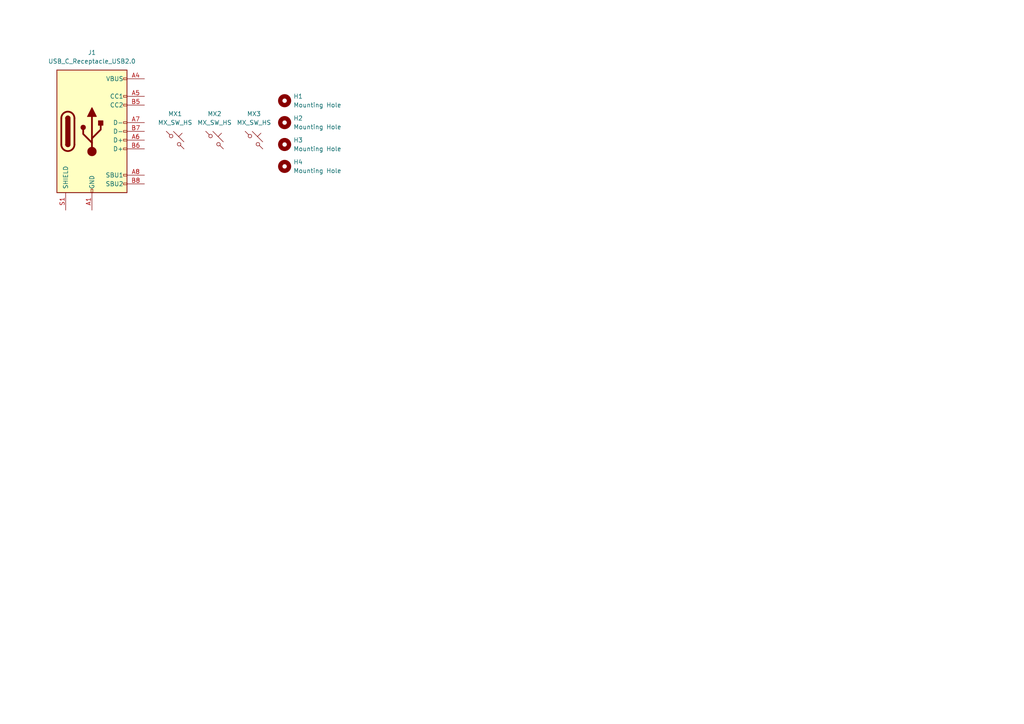
<source format=kicad_sch>
(kicad_sch (version 20230121) (generator eeschema)
  (paper "A4")
  (lib_symbols
    (symbol "Connector:USB_C_Receptacle_USB2.0" (pin_names (offset 1.016))
      (property "Reference" "J" (at -10.16 19.05 0))
      (property "Value" "USB_C_Receptacle_USB2.0" (at 19.05 19.05 0))
      (symbol "USB_C_Receptacle_USB2.0_0_0"
        (rectangle (start -0.254 -17.78) (end 0.254 -16.764))
        (rectangle (start 10.16 -14.986) (end 9.144 -15.494))
        (rectangle (start 10.16 -12.446) (end 9.144 -12.954))
        (rectangle (start 10.16 -4.826) (end 9.144 -5.334))
        (rectangle (start 10.16 -2.286) (end 9.144 -2.794))
        (rectangle (start 10.16 0.254) (end 9.144 -0.254))
        (rectangle (start 10.16 2.794) (end 9.144 2.286))
        (rectangle (start 10.16 7.874) (end 9.144 7.366))
        (rectangle (start 10.16 10.414) (end 9.144 9.906))
        (rectangle (start 10.16 15.494) (end 9.144 14.986))
      )
      (symbol "USB_C_Receptacle_USB2.0_0_1"
        (rectangle (start -10.16 17.78) (end 10.16 -17.78) (stroke (width 0.254)) (fill (type background)))
        (arc (start -8.89 -3.81) (mid -6.985 -5.7067) (end -5.08 -3.81) (stroke (width 0.508)))
        (arc (start -7.62 -3.81) (mid -6.985 -4.4423) (end -6.35 -3.81) (stroke (width 0.254)))
        (arc (start -7.62 -3.81) (mid -6.985 -4.4423) (end -6.35 -3.81) (stroke (width 0.254)) (fill (type outline)))
        (rectangle (start -7.62 -3.81) (end -6.35 3.81) (stroke (width 0.254)) (fill (type outline)))
        (arc (start -6.35 3.81) (mid -6.985 4.4423) (end -7.62 3.81) (stroke (width 0.254)))
        (arc (start -6.35 3.81) (mid -6.985 4.4423) (end -7.62 3.81) (stroke (width 0.254)) (fill (type outline)))
        (arc (start -5.08 3.81) (mid -6.985 5.7067) (end -8.89 3.81) (stroke (width 0.508)))
        (circle (center -2.54 1.143) (radius 0.635) (stroke (width 0.254)) (fill (type outline)))
        (circle (center 0 -5.842) (radius 1.27) (fill (type outline)))
        (polyline (pts (xy -8.89 -3.81) (xy -8.89 3.81)) (stroke (width 0.508)))
        (polyline (pts (xy -5.08 3.81) (xy -5.08 -3.81)) (stroke (width 0.508)))
        (polyline (pts (xy 0 -5.842) (xy 0 4.318)) (stroke (width 0.508)))
        (polyline (pts (xy 0 -3.302) (xy -2.54 -0.762) (xy -2.54 0.508)) (stroke (width 0.508)))
        (polyline (pts (xy 0 -2.032) (xy 2.54 0.508) (xy 2.54 1.778)) (stroke (width 0.508)))
        (polyline (pts (xy -1.27 4.318) (xy 0 6.858) (xy 1.27 4.318) (xy -1.27 4.318)) (stroke (width 0.254)) (fill (type outline)))
        (rectangle (start 1.905 1.778) (end 3.175 3.048) (stroke (width 0.254)) (fill (type outline)))
      )
      (symbol "USB_C_Receptacle_USB2.0_1_1"
        (pin passive line (at 0 -22.86 90) (length 5.08) (name "GND") (number "A1"))
        (pin passive line (at 0 -22.86 90) (length 5.08) hide (name "GND") (number "A12"))
        (pin passive line (at 15.24 15.24 180) (length 5.08) (name "VBUS") (number "A4"))
        (pin bidirectional line (at 15.24 10.16 180) (length 5.08) (name "CC1") (number "A5"))
        (pin bidirectional line (at 15.24 -2.54 180) (length 5.08) (name "D+") (number "A6"))
        (pin bidirectional line (at 15.24 2.54 180) (length 5.08) (name "D-") (number "A7"))
        (pin bidirectional line (at 15.24 -12.7 180) (length 5.08) (name "SBU1") (number "A8"))
        (pin passive line (at 15.24 15.24 180) (length 5.08) hide (name "VBUS") (number "A9"))
        (pin passive line (at 0 -22.86 90) (length 5.08) hide (name "GND") (number "B1"))
        (pin passive line (at 0 -22.86 90) (length 5.08) hide (name "GND") (number "B12"))
        (pin passive line (at 15.24 15.24 180) (length 5.08) hide (name "VBUS") (number "B4"))
        (pin bidirectional line (at 15.24 7.62 180) (length 5.08) (name "CC2") (number "B5"))
        (pin bidirectional line (at 15.24 -5.08 180) (length 5.08) (name "D+") (number "B6"))
        (pin bidirectional line (at 15.24 0 180) (length 5.08) (name "D-") (number "B7"))
        (pin bidirectional line (at 15.24 -15.24 180) (length 5.08) (name "SBU2") (number "B8"))
        (pin passive line (at 15.24 15.24 180) (length 5.08) hide (name "VBUS") (number "B9"))
        (pin passive line (at -7.62 -22.86 90) (length 5.08) (name "SHIELD") (number "S1"))
      )
    )
    (symbol "Mechanical:MountingHole" (pin_names (offset 1.016))
      (property "Reference" "H" (at 0 5.08 0))
      (property "Value" "MountingHole" (at 0 3.175 0))
      (symbol "MountingHole_0_1"
        (circle (center 0 0) (radius 1.27) (stroke (width 1.27)))
      )
    )
    (symbol "PCM_marbastlib-mx:MX_SW_HS" (pin_numbers hide) (pin_names (offset 1.016) hide)
      (property "Reference" "MX" (at 3.048 1.016 0))
      (property "Value" "MX_SW_HS" (at 0 -3.81 0))
      (symbol "MX_SW_HS_0_1"
        (circle (center -1.1684 1.1684) (radius 0.508))
        (polyline (pts (xy -0.508 2.54) (xy 2.54 -0.508)))
        (polyline (pts (xy 1.016 1.016) (xy 2.032 2.032)))
        (polyline (pts (xy -2.54 2.54) (xy -1.524 1.524) (xy -1.524 1.524)))
        (polyline (pts (xy 1.524 -1.524) (xy 2.54 -2.54) (xy 2.54 -2.54) (xy 2.54 -2.54)))
        (circle (center 1.143 -1.1938) (radius 0.508))
        (pin passive line (at -2.54 2.54 0) (length 0) (name "1") (number "1"))
        (pin passive line (at 2.54 -2.54 180) (length 0) (name "2") (number "2"))
      )
    )
  )
  (symbol (lib_id "PCM_marbastlib-mx:MX_SW_HS") (at 50.8 40.64 0) (unit 1)
    (property "Reference" "MX1" (at 50.8 33.02 0))
    (property "Value" "MX_SW_HS" (at 50.8 35.56 0))
    (property "Footprint" "PCM_marbastlib-mx:SW_MX_HS_1u" (effects hide))
  )
  (symbol (lib_id "Mechanical:MountingHole") (at 82.55 48.26 0) (unit 1)
    (property "Reference" "H4" (at 85.09 46.99 0) (effects (justify left)))
    (property "Value" "Mounting Hole" (at 85.09 49.53 0) (effects (justify left)))
    (property "Footprint" "MountingHole:MountingHole_2.2mm_M2_Pad" (effects hide))
  )
  (symbol (lib_id "Mechanical:MountingHole") (at 82.55 41.91 0) (unit 1)
    (property "Reference" "H3" (at 85.09 40.64 0) (effects (justify left)))
    (property "Value" "Mounting Hole" (at 85.09 43.18 0) (effects (justify left)))
    (property "Footprint" "MountingHole:MountingHole_2.2mm_M2_Pad" (effects hide))
  )
  (symbol (lib_id "Mechanical:MountingHole") (at 82.55 29.21 0) (unit 1)
    (property "Reference" "H1" (at 85.09 27.94 0) (effects (justify left)))
    (property "Value" "Mounting Hole" (at 85.09 30.48 0) (effects (justify left)))
    (property "Footprint" "MountingHole:MountingHole_2.2mm_M2_Pad" (effects hide))
  )
  (symbol (lib_id "Connector:USB_C_Receptacle_USB2.0") (at 26.67 38.1 0) (unit 1)
    (property "Reference" "J1" (at 26.67 15.24 0))
    (property "Value" "USB_C_Receptacle_USB2.0" (at 26.67 17.78 0))
    (property "Footprint" "PCM_marbastlib-various:USB_C_Receptacle_HRO_TYPE-C-31-M-12" (effects hide))
    (property "Datasheet" "https://www.usb.org/sites/default/files/documents/usb_type-c.zip" (effects hide))
  )
  (symbol (lib_id "PCM_marbastlib-mx:MX_SW_HS") (at 62.23 40.64 0) (unit 1)
    (property "Reference" "MX2" (at 62.23 33.02 0))
    (property "Value" "MX_SW_HS" (at 62.23 35.56 0))
    (property "Footprint" "PCM_marbastlib-mx:SW_MX_HS_1u" (effects hide))
  )
  (symbol (lib_id "PCM_marbastlib-mx:MX_SW_HS") (at 73.66 40.64 0) (unit 1)
    (property "Reference" "MX3" (at 73.66 33.02 0))
    (property "Value" "MX_SW_HS" (at 73.66 35.56 0))
    (property "Footprint" "PCM_marbastlib-mx:SW_MX_HS_1u" (effects hide))
  )
  (symbol (lib_id "Mechanical:MountingHole") (at 82.55 35.56 0) (unit 1)
    (property "Reference" "H2" (at 85.09 34.29 0) (effects (justify left)))
    (property "Value" "Mounting Hole" (at 85.09 36.83 0) (effects (justify left)))
    (property "Footprint" "MountingHole:MountingHole_2.2mm_M2_Pad" (effects hide))
  )
)
</source>
